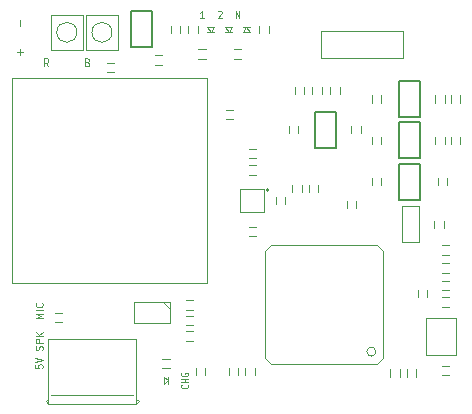
<source format=gto>
G04 (created by PCBNEW (2013-jul-07)-stable) date su 14. joulukuuta 2014 12.55.15*
%MOIN*%
G04 Gerber Fmt 3.4, Leading zero omitted, Abs format*
%FSLAX34Y34*%
G01*
G70*
G90*
G04 APERTURE LIST*
%ADD10C,0.000787402*%
%ADD11C,0.00393701*%
%ADD12C,0.0028*%
%ADD13C,0.0039*%
%ADD14C,0.00275591*%
%ADD15C,0.005*%
G04 APERTURE END LIST*
G54D10*
G54D11*
X75488Y-31211D02*
X75527Y-31224D01*
X75540Y-31237D01*
X75553Y-31263D01*
X75553Y-31303D01*
X75540Y-31329D01*
X75527Y-31342D01*
X75501Y-31355D01*
X75396Y-31355D01*
X75396Y-31080D01*
X75488Y-31080D01*
X75514Y-31093D01*
X75527Y-31106D01*
X75540Y-31132D01*
X75540Y-31158D01*
X75527Y-31185D01*
X75514Y-31198D01*
X75488Y-31211D01*
X75396Y-31211D01*
X74187Y-31355D02*
X74095Y-31224D01*
X74030Y-31355D02*
X74030Y-31080D01*
X74135Y-31080D01*
X74161Y-31093D01*
X74174Y-31106D01*
X74187Y-31132D01*
X74187Y-31171D01*
X74174Y-31198D01*
X74161Y-31211D01*
X74135Y-31224D01*
X74030Y-31224D01*
X78829Y-41967D02*
X78840Y-41976D01*
X78851Y-42004D01*
X78851Y-42023D01*
X78840Y-42051D01*
X78817Y-42070D01*
X78795Y-42079D01*
X78750Y-42089D01*
X78716Y-42089D01*
X78671Y-42079D01*
X78649Y-42070D01*
X78626Y-42051D01*
X78615Y-42023D01*
X78615Y-42004D01*
X78626Y-41976D01*
X78637Y-41967D01*
X78851Y-41883D02*
X78615Y-41883D01*
X78727Y-41883D02*
X78727Y-41770D01*
X78851Y-41770D02*
X78615Y-41770D01*
X78626Y-41573D02*
X78615Y-41592D01*
X78615Y-41620D01*
X78626Y-41648D01*
X78649Y-41667D01*
X78671Y-41676D01*
X78716Y-41686D01*
X78750Y-41686D01*
X78795Y-41676D01*
X78817Y-41667D01*
X78840Y-41648D01*
X78851Y-41620D01*
X78851Y-41601D01*
X78840Y-41573D01*
X78829Y-41564D01*
X78750Y-41564D01*
X78750Y-41601D01*
X80435Y-29733D02*
X80435Y-29497D01*
X80548Y-29733D01*
X80548Y-29497D01*
X79849Y-29519D02*
X79858Y-29508D01*
X79877Y-29497D01*
X79924Y-29497D01*
X79943Y-29508D01*
X79952Y-29519D01*
X79961Y-29542D01*
X79961Y-29564D01*
X79952Y-29598D01*
X79839Y-29733D01*
X79961Y-29733D01*
X79367Y-29729D02*
X79254Y-29729D01*
X79311Y-29729D02*
X79311Y-29493D01*
X79292Y-29526D01*
X79273Y-29549D01*
X79254Y-29560D01*
X73759Y-41294D02*
X73759Y-41407D01*
X73871Y-41418D01*
X73860Y-41407D01*
X73849Y-41384D01*
X73849Y-41328D01*
X73860Y-41306D01*
X73871Y-41294D01*
X73894Y-41283D01*
X73950Y-41283D01*
X73973Y-41294D01*
X73984Y-41306D01*
X73995Y-41328D01*
X73995Y-41384D01*
X73984Y-41407D01*
X73973Y-41418D01*
X73759Y-41216D02*
X73995Y-41137D01*
X73759Y-41058D01*
X73989Y-40803D02*
X74001Y-40769D01*
X74001Y-40713D01*
X73989Y-40691D01*
X73978Y-40679D01*
X73956Y-40668D01*
X73933Y-40668D01*
X73911Y-40679D01*
X73899Y-40691D01*
X73888Y-40713D01*
X73877Y-40758D01*
X73866Y-40781D01*
X73854Y-40792D01*
X73832Y-40803D01*
X73809Y-40803D01*
X73787Y-40792D01*
X73776Y-40781D01*
X73764Y-40758D01*
X73764Y-40702D01*
X73776Y-40668D01*
X74001Y-40567D02*
X73764Y-40567D01*
X73764Y-40477D01*
X73776Y-40455D01*
X73787Y-40443D01*
X73809Y-40432D01*
X73843Y-40432D01*
X73866Y-40443D01*
X73877Y-40455D01*
X73888Y-40477D01*
X73888Y-40567D01*
X74001Y-40331D02*
X73764Y-40331D01*
X74001Y-40196D02*
X73866Y-40297D01*
X73764Y-40196D02*
X73899Y-40331D01*
X74005Y-39753D02*
X73768Y-39753D01*
X73937Y-39674D01*
X73768Y-39595D01*
X74005Y-39595D01*
X74005Y-39483D02*
X73768Y-39483D01*
X73982Y-39235D02*
X73993Y-39246D01*
X74005Y-39280D01*
X74005Y-39303D01*
X73993Y-39336D01*
X73971Y-39359D01*
X73948Y-39370D01*
X73903Y-39381D01*
X73870Y-39381D01*
X73825Y-39370D01*
X73802Y-39359D01*
X73780Y-39336D01*
X73768Y-39303D01*
X73768Y-39280D01*
X73780Y-39246D01*
X73791Y-39235D01*
X73246Y-30984D02*
X73246Y-30774D01*
X73351Y-30879D02*
X73141Y-30879D01*
X73246Y-30013D02*
X73246Y-29803D01*
G54D12*
X82086Y-35944D02*
X82086Y-35708D01*
X81772Y-35944D02*
X81772Y-35708D01*
X80748Y-41417D02*
X80748Y-41653D01*
X81062Y-41417D02*
X81062Y-41653D01*
X86456Y-41692D02*
X86456Y-41456D01*
X86142Y-41692D02*
X86142Y-41456D01*
X84448Y-36062D02*
X84448Y-35826D01*
X84134Y-36062D02*
X84134Y-35826D01*
X87322Y-38818D02*
X87558Y-38818D01*
X87322Y-38504D02*
X87558Y-38504D01*
X85905Y-41692D02*
X85905Y-41456D01*
X85591Y-41692D02*
X85591Y-41456D01*
X81102Y-34646D02*
X80866Y-34646D01*
X81102Y-34960D02*
X80866Y-34960D01*
X87165Y-35078D02*
X87165Y-35314D01*
X87479Y-35078D02*
X87479Y-35314D01*
X87087Y-33700D02*
X87087Y-33936D01*
X87401Y-33700D02*
X87401Y-33936D01*
X87087Y-32322D02*
X87087Y-32558D01*
X87401Y-32322D02*
X87401Y-32558D01*
X80866Y-37007D02*
X81102Y-37007D01*
X80866Y-36693D02*
X81102Y-36693D01*
X85275Y-35314D02*
X85275Y-35078D01*
X84961Y-35314D02*
X84961Y-35078D01*
X85275Y-33936D02*
X85275Y-33700D01*
X84961Y-33936D02*
X84961Y-33700D01*
X85275Y-32558D02*
X85275Y-32322D01*
X84961Y-32558D02*
X84961Y-32322D01*
X79408Y-41653D02*
X79408Y-41417D01*
X79094Y-41653D02*
X79094Y-41417D01*
X80197Y-41417D02*
X80197Y-41653D01*
X80511Y-41417D02*
X80511Y-41653D01*
X82637Y-35551D02*
X82637Y-35315D01*
X82323Y-35551D02*
X82323Y-35315D01*
X87558Y-41339D02*
X87322Y-41339D01*
X87558Y-41653D02*
X87322Y-41653D01*
X78268Y-30000D02*
X78268Y-30236D01*
X78582Y-30000D02*
X78582Y-30236D01*
X87322Y-39369D02*
X87558Y-39369D01*
X87322Y-39055D02*
X87558Y-39055D01*
X76366Y-31228D02*
X76130Y-31228D01*
X76366Y-31542D02*
X76130Y-31542D01*
X74645Y-39567D02*
X74409Y-39567D01*
X74645Y-39881D02*
X74409Y-39881D01*
X80118Y-33109D02*
X80354Y-33109D01*
X80118Y-32795D02*
X80354Y-32795D01*
X79724Y-30197D02*
X79488Y-30197D01*
X79724Y-30039D02*
X79488Y-30039D01*
X79488Y-30039D02*
X79606Y-30197D01*
X79606Y-30197D02*
X79724Y-30039D01*
X80314Y-30197D02*
X80078Y-30197D01*
X80314Y-30039D02*
X80078Y-30039D01*
X80078Y-30039D02*
X80196Y-30197D01*
X80196Y-30197D02*
X80314Y-30039D01*
X80669Y-30039D02*
X80905Y-30039D01*
X80669Y-30197D02*
X80905Y-30197D01*
X80905Y-30197D02*
X80787Y-30039D01*
X80787Y-30039D02*
X80669Y-30197D01*
X78189Y-41693D02*
X78189Y-41929D01*
X78031Y-41693D02*
X78031Y-41929D01*
X78031Y-41929D02*
X78189Y-41811D01*
X78189Y-41811D02*
X78031Y-41693D01*
X77125Y-42597D02*
X77204Y-42519D01*
X77204Y-42519D02*
X77125Y-42440D01*
X74173Y-42440D02*
X74094Y-42519D01*
X74094Y-42519D02*
X74173Y-42597D01*
X77125Y-40629D02*
X77125Y-40452D01*
X74173Y-40629D02*
X74173Y-40452D01*
X74291Y-42322D02*
X77007Y-42322D01*
X74173Y-42597D02*
X74173Y-40629D01*
X74173Y-40452D02*
X77125Y-40452D01*
X77125Y-40629D02*
X77125Y-42597D01*
X77125Y-42597D02*
X74173Y-42597D01*
G54D11*
X86535Y-36023D02*
X86535Y-37204D01*
X86535Y-37204D02*
X85984Y-37204D01*
X85984Y-37204D02*
X85984Y-36023D01*
X85984Y-36023D02*
X86535Y-36023D01*
G54D12*
X87912Y-33936D02*
X87912Y-33700D01*
X87598Y-33936D02*
X87598Y-33700D01*
X87912Y-32558D02*
X87912Y-32322D01*
X87598Y-32558D02*
X87598Y-32322D01*
X87361Y-36732D02*
X87361Y-36496D01*
X87047Y-36732D02*
X87047Y-36496D01*
X86496Y-38819D02*
X86496Y-39055D01*
X86810Y-38819D02*
X86810Y-39055D01*
X78779Y-39468D02*
X79015Y-39468D01*
X78779Y-39154D02*
X79015Y-39154D01*
X78779Y-39979D02*
X79015Y-39979D01*
X78779Y-39665D02*
X79015Y-39665D01*
X79015Y-40177D02*
X78779Y-40177D01*
X79015Y-40491D02*
X78779Y-40491D01*
X79429Y-30787D02*
X79193Y-30787D01*
X79429Y-31101D02*
X79193Y-31101D01*
X80374Y-31101D02*
X80610Y-31101D01*
X80374Y-30787D02*
X80610Y-30787D01*
X81534Y-30236D02*
X81534Y-30000D01*
X81220Y-30236D02*
X81220Y-30000D01*
X80866Y-34408D02*
X81102Y-34408D01*
X80866Y-34094D02*
X81102Y-34094D01*
X83897Y-32283D02*
X83897Y-32047D01*
X83583Y-32283D02*
X83583Y-32047D01*
X77992Y-30984D02*
X77756Y-30984D01*
X77992Y-31298D02*
X77756Y-31298D01*
X87322Y-38227D02*
X87558Y-38227D01*
X87322Y-37913D02*
X87558Y-37913D01*
X87558Y-37323D02*
X87322Y-37323D01*
X87558Y-37637D02*
X87322Y-37637D01*
X77992Y-41416D02*
X78228Y-41416D01*
X77992Y-41102D02*
X78228Y-41102D01*
X78858Y-30000D02*
X78858Y-30236D01*
X79172Y-30000D02*
X79172Y-30236D01*
X82402Y-32047D02*
X82402Y-32283D01*
X82716Y-32047D02*
X82716Y-32283D01*
X83306Y-32283D02*
X83306Y-32047D01*
X82992Y-32283D02*
X82992Y-32047D01*
X75138Y-30216D02*
G75*
G03X75138Y-30216I-335J0D01*
G74*
G01*
X74272Y-30807D02*
X74272Y-29625D01*
X74272Y-29625D02*
X75334Y-29625D01*
X75334Y-29625D02*
X75334Y-30807D01*
X75334Y-30807D02*
X74272Y-30807D01*
G54D13*
X85355Y-37521D02*
X85355Y-41061D01*
X85155Y-37321D02*
X81615Y-37321D01*
X81415Y-41061D02*
X81415Y-37521D01*
X85155Y-41261D02*
X81615Y-41261D01*
X85105Y-40861D02*
G75*
G03X85105Y-40861I-150J0D01*
G74*
G01*
X85355Y-41061D02*
X85155Y-41261D01*
X85155Y-37321D02*
X85355Y-37521D01*
X81415Y-37521D02*
X81615Y-37321D01*
X81615Y-41261D02*
X81415Y-41061D01*
G54D14*
X81551Y-35472D02*
G75*
G03X81551Y-35472I-55J0D01*
G74*
G01*
X81377Y-35433D02*
X80590Y-35433D01*
X80590Y-35433D02*
X80590Y-36220D01*
X80590Y-36220D02*
X81377Y-36220D01*
X81377Y-36220D02*
X81377Y-35433D01*
G54D12*
X78237Y-39441D02*
X78012Y-39216D01*
X77037Y-39916D02*
X77037Y-39216D01*
X77037Y-39216D02*
X78237Y-39216D01*
X78237Y-39216D02*
X78237Y-39916D01*
X78237Y-39916D02*
X77037Y-39916D01*
X86791Y-40984D02*
X86791Y-39724D01*
X86791Y-39724D02*
X87775Y-39724D01*
X87775Y-39724D02*
X87775Y-40984D01*
X87775Y-40984D02*
X86791Y-40984D01*
G54D13*
X79467Y-38424D02*
X79467Y-38581D01*
X79467Y-38581D02*
X72971Y-38581D01*
X72971Y-38581D02*
X72971Y-31731D01*
X72971Y-31731D02*
X79467Y-31731D01*
X79467Y-31731D02*
X79467Y-38424D01*
G54D15*
X85870Y-34596D02*
X86570Y-34596D01*
X86570Y-34596D02*
X86570Y-35796D01*
X86570Y-35796D02*
X85870Y-35796D01*
X85870Y-35796D02*
X85870Y-34596D01*
X85870Y-33218D02*
X86570Y-33218D01*
X86570Y-33218D02*
X86570Y-34418D01*
X86570Y-34418D02*
X85870Y-34418D01*
X85870Y-34418D02*
X85870Y-33218D01*
X85870Y-31840D02*
X86570Y-31840D01*
X86570Y-31840D02*
X86570Y-33040D01*
X86570Y-33040D02*
X85870Y-33040D01*
X85870Y-33040D02*
X85870Y-31840D01*
X77633Y-30718D02*
X76933Y-30718D01*
X76933Y-30718D02*
X76933Y-29518D01*
X76933Y-29518D02*
X77633Y-29518D01*
X77633Y-29518D02*
X77633Y-30718D01*
G54D12*
X84291Y-33346D02*
X84291Y-33582D01*
X84605Y-33346D02*
X84605Y-33582D01*
X82519Y-33582D02*
X82519Y-33346D01*
X82205Y-33582D02*
X82205Y-33346D01*
G54D15*
X83075Y-32864D02*
X83775Y-32864D01*
X83775Y-32864D02*
X83775Y-34064D01*
X83775Y-34064D02*
X83075Y-34064D01*
X83075Y-34064D02*
X83075Y-32864D01*
G54D11*
X83267Y-30177D02*
X86023Y-30177D01*
X86023Y-30177D02*
X86023Y-31082D01*
X86023Y-31082D02*
X83267Y-31082D01*
X83267Y-31082D02*
X83267Y-30177D01*
G54D12*
X83188Y-35551D02*
X83188Y-35315D01*
X82874Y-35551D02*
X82874Y-35315D01*
X76309Y-30216D02*
G75*
G03X76309Y-30216I-335J0D01*
G74*
G01*
X76505Y-29625D02*
X76505Y-30807D01*
X76505Y-30807D02*
X75443Y-30807D01*
X75443Y-30807D02*
X75443Y-29625D01*
X75443Y-29625D02*
X76505Y-29625D01*
M02*

</source>
